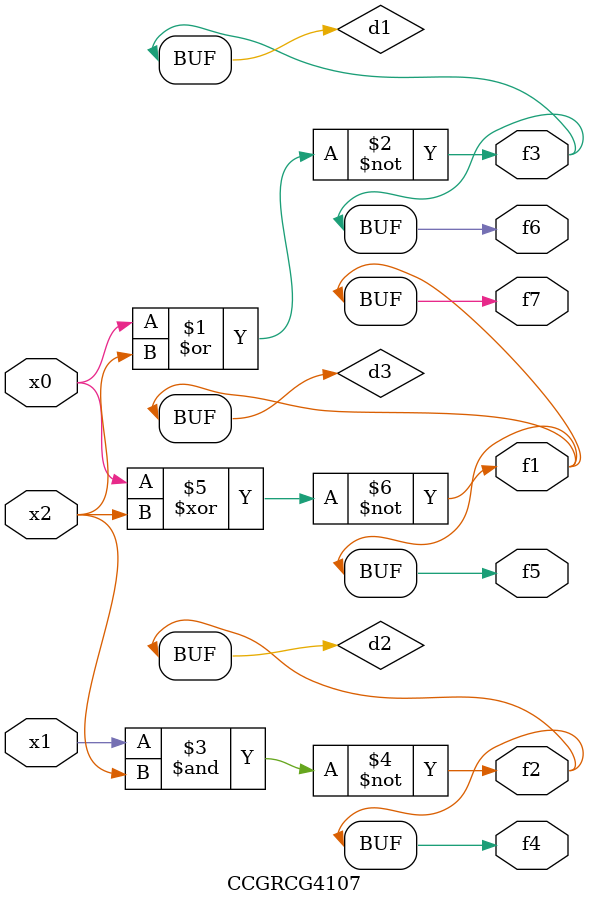
<source format=v>
module CCGRCG4107(
	input x0, x1, x2,
	output f1, f2, f3, f4, f5, f6, f7
);

	wire d1, d2, d3;

	nor (d1, x0, x2);
	nand (d2, x1, x2);
	xnor (d3, x0, x2);
	assign f1 = d3;
	assign f2 = d2;
	assign f3 = d1;
	assign f4 = d2;
	assign f5 = d3;
	assign f6 = d1;
	assign f7 = d3;
endmodule

</source>
